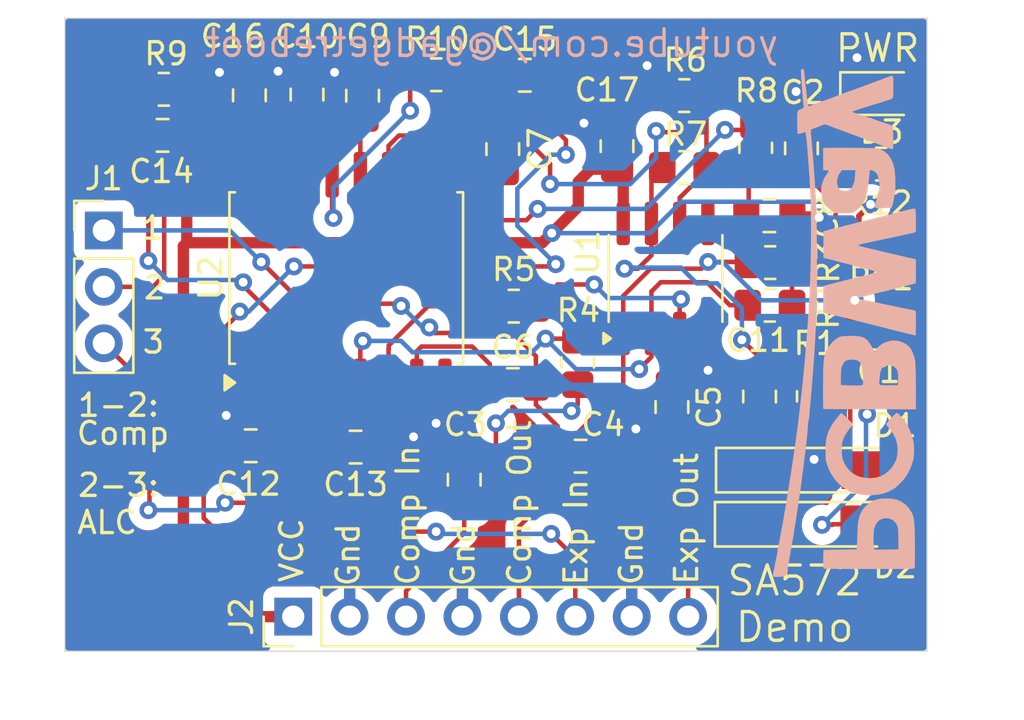
<source format=kicad_pcb>
(kicad_pcb (version 20241229) (generator "pcbnew") (generator_version "9.0")
  (layers (0 "F.Cu" signal) (2 "B.Cu" signal) (13 "F.Paste" user) (15 "B.Paste" user) (5 "F.SilkS" user "F.Silkscreen") (7 "B.SilkS" user "B.Silkscreen") (1 "F.Mask" user) (3 "B.Mask" user) (25 "Edge.Cuts" user))
  (net 0 "")
  (net 1 "Net-(D2-A)")
  (net 2 "GNDREF")
  (net 3 "Net-(J1-Pin_1)")
  (net 4 "Net-(C2-Pad2)")
  (net 5 "Net-(C3-Pad2)")
  (net 6 "/Comp_In")
  (net 7 "/Comp_Out")
  (net 8 "Net-(U1A-+)")
  (net 9 "Net-(U2A-R1)")
  (net 10 "Net-(J2-Pin_6)")
  (net 11 "Net-(U2B-R1)")
  (net 12 "Net-(U1B-+)")
  (net 13 "Net-(U2B-Attack_Cap)")
  (net 14 "Net-(U2B-Recov_Cap)")
  (net 15 "Net-(J2-Pin_8)")
  (net 16 "Net-(C11-Pad2)")
  (net 17 "Net-(U2A-Recov_Cap)")
  (net 18 "Net-(U2A-Attack_Cap)")
  (net 19 "Net-(C14-Pad1)")
  (net 20 "Net-(J1-Pin_2)")
  (net 21 "Net-(C15-Pad2)")
  (net 22 "VCC")
  (net 23 "Net-(D3-A)")
  (net 24 "Net-(U2A-THD_Trim)")
  (net 25 "Net-(U1B--)")
  (net 26 "Net-(U2B-THD_Trim)")
  (net 27 "Net-(U2A-Rectifier)")
  (net 28 "Net-(U2B-Rectifier)")
  (net 31 "Net-(D1-K)")
  (net 32 "Net-(D1-A)")
  (footprint "Resistor_SMD:R_0805_2012Metric_Pad1.20x1.40mm_HandSolder" (layer "F.Cu") (at 89.731399 83.4488)
    (property "Reference" "R11")
    (property "Value" "4K7")
  )
  (footprint "Resistor_SMD:R_0805_2012Metric_Pad1.20x1.40mm_HandSolder" (layer "F.Cu") (at 84.739 84.505 180)
    (property "Reference" "R3")
    (property "Value" "9K1")
  )
  (footprint "Connector_PinHeader_2.54mm:PinHeader_1x03_P2.54mm_Vertical" (layer "F.Cu") (at 54.7362 83.0542)
    (property "Reference" "J1")
    (property "Value" "Conn_01x03")
  )
  (footprint "Resistor_SMD:R_0805_2012Metric_Pad1.20x1.40mm_HandSolder" (layer "F.Cu") (at 73.1936 86.4656)
    (property "Reference" "R5")
    (property "Value" "1K")
  )
  (footprint "Capacitor_SMD:C_0805_2012Metric_Pad1.18x1.45mm_HandSolder" (layer "F.Cu") (at 77.8426 79.2606 -90)
    (property "Reference" "C17")
    (property "Value" "100nF")
  )
  (footprint "Resistor_SMD:R_0805_2012Metric_Pad1.20x1.40mm_HandSolder" (layer "F.Cu") (at 69.7022 76.047 180)
    (property "Reference" "R10")
    (property "Value" "3K3")
  )
  (footprint "Capacitor_SMD:C_0805_2012Metric_Pad1.18x1.45mm_HandSolder" (layer "F.Cu") (at 80.3146 91.0062 90)
    (property "Reference" "C5")
    (property "Value" "22uF")
  )
  (footprint "Resistor_SMD:R_0805_2012Metric_Pad1.20x1.40mm_HandSolder" (layer "F.Cu") (at 57.4404 76.702799 180)
    (property "Reference" "R9")
    (property "Value" "9K1")
  )
  (footprint "Capacitor_SMD:C_0805_2012Metric_Pad1.18x1.45mm_HandSolder" (layer "F.Cu") (at 89.577601 87.6868 180)
    (property "Reference" "C1")
    (property "Value" "DNI")
  )
  (footprint "Capacitor_SMD:C_0805_2012Metric_Pad1.18x1.45mm_HandSolder" (layer "F.Cu") (at 72.699001 79.3942 -90)
    (property "Reference" "C7")
    (property "Value" "2.2uF")
  )
  (footprint "Capacitor_SMD:C_0805_2012Metric_Pad1.18x1.45mm_HandSolder" (layer "F.Cu") (at 84.2602 90.535 90)
    (property "Reference" "C11")
    (property "Value" "10uF")
  )
  (footprint "Capacitor_SMD:C_0805_2012Metric_Pad1.18x1.45mm_HandSolder" (layer "F.Cu") (at 63.8854 76.9398 -90)
    (property "Reference" "C10")
    (property "Value" "10uF")
  )
  (footprint "Capacitor_SMD:C_0805_2012Metric_Pad1.18x1.45mm_HandSolder" (layer "F.Cu") (at 57.385 78.7762)
    (property "Reference" "C14")
    (property "Value" "2.2uF")
  )
  (footprint "Capacitor_SMD:C_0805_2012Metric_Pad1.18x1.45mm_HandSolder" (layer "F.Cu") (at 66.0718 92.8098 180)
    (property "Reference" "C13")
    (property "Value" "1uF")
  )
  (footprint "Capacitor_SMD:C_0805_2012Metric_Pad1.18x1.45mm_HandSolder" (layer "F.Cu") (at 70.963 94.2782 90)
    (property "Reference" "C3")
    (property "Value" "2.2uF")
  )
  (footprint "Resistor_SMD:R_0805_2012Metric_Pad1.20x1.40mm_HandSolder" (layer "F.Cu") (at 86.681 90.5238 90)
    (property "Reference" "R1")
    (property "Value" "100K")
  )
  (footprint "LED_SMD:LED_0805_2012Metric_Pad1.15x1.40mm_HandSolder" (layer "F.Cu") (at 89.755001 76.897)
    (property "Reference" "D3")
    (property "Value" "LED_Small_Filled")
  )
  (footprint "Resistor_SMD:R_0805_2012Metric_Pad1.20x1.40mm_HandSolder" (layer "F.Cu") (at 80.869 76.9862)
    (property "Reference" "R6")
    (property "Value" "100K")
  )
  (footprint "Capacitor_SMD:C_0805_2012Metric_Pad1.18x1.45mm_HandSolder" (layer "F.Cu") (at 61.3506 92.7502)
    (property "Reference" "C12")
    (property "Value" "10uF")
  )
  (footprint "Capacitor_SMD:C_0805_2012Metric_Pad1.18x1.45mm_HandSolder" (layer "F.Cu") (at 66.3874 76.9906 -90)
    (property "Reference" "C9")
    (property "Value" "1uF")
  )
  (footprint "Capacitor_SMD:C_0805_2012Metric_Pad1.18x1.45mm_HandSolder" (layer "F.Cu") (at 73.1522 89.9942)
    (property "Reference" "C6")
    (property "Value" "2.2uF")
  )
  (footprint "Resistor_SMD:R_0805_2012Metric_Pad1.20x1.40mm_HandSolder" (layer "F.Cu") (at 89.7336 80.0706)
    (property "Reference" "R12")
    (property "Value" "4K7")
  )
  (footprint "Resistor_SMD:R_0805_2012Metric_Pad1.20x1.40mm_HandSolder" (layer "F.Cu") (at 80.8782 80.2234 180)
    (property "Reference" "R7")
    (property "Value" "10K")
  )
  (footprint "Resistor_SMD:R_0805_2012Metric_Pad1.20x1.40mm_HandSolder" (layer "F.Cu") (at 84.086999 79.3386 -90)
    (property "Reference" "R8")
    (property "Value" "1K")
  )
  (footprint "Package_SO:SOIC-8_3.9x4.9mm_P1.27mm" (layer "F.Cu") (at 80.0266 85.2194 90)
    (property "Reference" "U1")
    (property "Value" "NE5532")
  )
  (footprint "footprints:Zener_MiniMELF" (layer "F.Cu") (at 86.8002 96.2854)
    (property "Reference" "D2")
    (property "Value" "DNI")
  )
  (footprint "Capacitor_SMD:C_0805_2012Metric_Pad1.18x1.45mm_HandSolder" (layer "F.Cu") (at 73.6918 76.071 180)
    (property "Reference" "C15")
    (property "Value" "2.2uF")
  )
  (footprint "Capacitor_SMD:C_0805_2012Metric_Pad1.18x1.45mm_HandSolder" (layer "F.Cu") (at 61.2918 76.9726 -90)
    (property "Reference" "C16")
    (property "Value" "100nF")
  )
  (footprint "Capacitor_SMD:C_0805_2012Metric_Pad1.18x1.45mm_HandSolder" (layer "F.Cu") (at 86.1458 79.3602 -90)
    (property "Reference" "C2")
    (property "Value" "10uF")
  )
  (footprint "Capacitor_SMD:C_0805_2012Metric_Pad1.18x1.45mm_HandSolder" (layer "F.Cu") (at 76.2002 93.2198)
    (property "Reference" "C4")
    (property "Value" "10uF")
  )
  (footprint "Resistor_SMD:R_0805_2012Metric_Pad1.20x1.40mm_HandSolder" (layer "F.Cu") (at 76.071 88.9998 90)
    (property "Reference" "R4")
    (property "Value" "20K")
  )
  (footprint "Connector_PinHeader_2.54mm:PinHeader_1x08_P2.54mm_Vertical" (layer "F.Cu") (at 63.2642 100.4446 90)
    (property "Reference" "J2")
    (property "Value" "Conn_01x08")
  )
  (footprint "Capacitor_SMD:C_0805_2012Metric_Pad1.18x1.45mm_HandSolder" (layer "F.Cu") (at 84.699399 82.3958 180)
    (property "Reference" "C8")
    (property "Value" "22uF")
  )
  (footprint "Package_SO:SOIC-16W_7.5x10.3mm_P1.27mm" (layer "F.Cu") (at 65.651 85.199 90)
    (property "Reference" "U2")
    (property "Value" "SA572")
  )
  (footprint "Resistor_SMD:R_0805_2012Metric_Pad1.20x1.40mm_HandSolder" (layer "F.Cu") (at 84.7214 86.4242)
    (property "Reference" "R2")
    (property "Value" "9K1")
  )
  (footprint "footprints:Zener_MiniMELF" (layer "F.Cu") (at 86.851 93.8482)
    (property "Reference" "D1")
    (property "Value" "DNI")
  )
  (footprint "_Custom_Footprints:pcb way logo" (layer "B.Cu") (at 87.4056 87.2204 90)
    (property "Reference" "G***" (hide yes))
    (property "Value" "LOGO" (hide yes))
  )
  (gr_line (start 52.9844 102) (end 52.9844 73.5) (stroke (width 0.05)) (layer "Edge.Cuts"))
  (gr_line (start 91.8 102) (end 52.9844 102) (stroke (width 0.05)) (layer "Edge.Cuts"))
  (gr_line (start 52.9844 73.5) (end 91.8 73.5) (stroke (width 0.05)) (layer "Edge.Cuts"))
  (gr_line (start 91.8 73.5) (end 91.8 102) (stroke (width 0.05)) (layer "Edge.Cuts"))
  (gr_text "SA572\nDemo" (at 85.8402 99.8708 0) (layer "F.SilkS") (effects (font (size 1.3 1.3))))
  (gr_text "Comp Out" (at 73.453 95.3208 90) (layer "F.SilkS") (effects (font (size 1 1))))
  (gr_text "2" (at 57.022 85.638601 0) (layer "F.SilkS") (effects (font (size 1 1))))
  (gr_text "PWR" (at 89.575 74.8534 0) (layer "F.SilkS") (effects (font (size 1.2 1.2))))
  (gr_text "Comp" (at 55.5996 92.191799 0) (layer "F.SilkS") (effects (font (size 1 1))))
  (gr_text "Exp Out" (at 80.9714 96.032 90) (layer "F.SilkS") (effects (font (size 1 1))))
  (gr_text "Gnd" (at 65.7314 97.6576 90) (layer "F.SilkS") (effects (font (size 1 1))))
  (gr_text "1" (at 56.9204 82.946201 0) (layer "F.SilkS") (effects (font (size 1 1))))
  (gr_text "Gnd" (at 70.913 97.6576 90) (layer "F.SilkS") (effects (font (size 1 1))))
  (gr_text "2-3:" (at 55.3964 94.528601 0) (layer "F.SilkS") (effects (font (size 1 1))))
  (gr_text "VCC" (at 63.1914 97.4544 90) (layer "F.SilkS") (effects (font (size 1 1))))
  (gr_text "Exp In" (at 75.993 96.6416 90) (layer "F.SilkS") (effects (font (size 1 1))))
  (gr_text "Comp In" (at 68.4238 95.8796 90) (layer "F.SilkS") (effects (font (size 1 1))))
  (gr_text "ALC" (at 54.8884 96.205001 0) (layer "F.SilkS") (effects (font (size 1 1))))
  (gr_text "3" (at 56.9712 88.077001 0) (layer "F.SilkS") (effects (font (size 1 1))))
  (gr_text "Gnd" (at 78.4822 97.6068 90) (layer "F.SilkS") (effects (font (size 1 1))))
  (gr_text "1-2:" (at 55.3964 90.921801 0) (layer "F.SilkS") (effects (font (size 1 1))))
  (gr_text "youtube.com/@gadgetreboot" (at 72.1876 74.6298 0) (layer "B.SilkS") (effects (font (size 1.2 1.2)) (justify mirror)))
  (segment (start 87.5284 96.3104) (end 87.5534 96.2854) (width 0.2032) (layer "F.Cu") (net 1))
  (segment (start 89.145801 91.289399) (end 89.1032 91.332) (width 0.2032) (layer "F.Cu") (net 1))
  (segment (start 87.5534 96.2854) (end 89.5502 96.2854) (width 0.2032) (layer "F.Cu") (net 1))
  (segment (start 90.4748 88.2925) (end 90.4748 88.9444) (width 0.2032) (layer "F.Cu") (net 1))
  (segment (start 89.145801 90.273399) (end 89.145801 91.289399) (width 0.2032) (layer "F.Cu") (net 1))
  (segment (start 90.4748 88.9444) (end 89.145801 90.273399) (width 0.2032) (layer "F.Cu") (net 1))
  (segment (start 87.0712 96.3104) (end 87.5284 96.3104) (width 0.2032) (layer "F.Cu") (net 1))
  (via (at 89.1032 91.332) (size 0.8) (drill 0.4) (layers "F.Cu" "B.Cu") (net 1))
  (via (at 87.0712 96.3104) (size 0.8) (drill 0.4) (layers "F.Cu" "B.Cu") (net 1))
  (segment (start 89.0524 91.3828) (end 89.0524 94.3292) (width 0.2032) (layer "B.Cu") (net 1))
  (segment (start 89.0524 94.3292) (end 87.0712 96.3104) (width 0.2032) (layer "B.Cu") (net 1))
  (segment (start 89.1032 91.332) (end 89.0524 91.3828) (width 0.2032) (layer "B.Cu") (net 1))
  (segment (start 85.736899 82.3958) (end 86.8726 82.3958) (width 0.4064) (layer "F.Cu") (net 2))
  (segment (start 86.8726 82.3958) (end 86.9442 82.4674) (width 0.4064) (layer "F.Cu") (net 2))
  (via (at 79.1972 75.6348) (size 0.8) (drill 0.4) (layers "F.Cu" "B.Cu") (net 2))
  (via (at 86.7156 93.364) (size 0.8) (drill 0.4) (layers "F.Cu" "B.Cu") (net 2))
  (via (at 86.9442 82.4674) (size 0.8) (drill 0.4) (layers "F.Cu" "B.Cu") (net 2))
  (via (at 59.944 75.9396) (size 0.8) (drill 0.4) (layers "F.Cu" "B.Cu") (net 2))
  (via (at 88.646 75.2792) (size 0.8) (drill 0.4) (layers "F.Cu" "B.Cu") (net 2))
  (via (at 78.6892 91.9924) (size 0.8) (drill 0.4) (layers "F.Cu" "B.Cu") (net 2))
  (via (at 76.3524 78.2256) (size 0.8) (drill 0.4) (layers "F.Cu" "B.Cu") (net 2))
  (via (at 62.5856 75.8888) (size 0.8) (drill 0.4) (layers "F.Cu" "B.Cu") (net 2))
  (via (at 65.1256 75.9396) (size 0.8) (drill 0.4) (layers "F.Cu" "B.Cu") (net 2))
  (via (at 81.9404 89.3508) (size 0.8) (drill 0.4) (layers "F.Cu" "B.Cu") (net 2))
  (via (at 85.9028 76.8032) (size 0.8) (drill 0.4) (layers "F.Cu" "B.Cu") (net 2))
  (via (at 68.6816 92.348) (size 0.8) (drill 0.4) (layers "F.Cu" "B.Cu") (net 2))
  (via (at 69.6976 91.7384) (size 0.8) (drill 0.4) (layers "F.Cu" "B.Cu") (net 2))
  (via (at 60.2488 91.3828) (size 0.8) (drill 0.4) (layers "F.Cu" "B.Cu") (net 2))
  (segment (start 74.1897 88.7121) (end 73.406 87.9284) (width 0.2032) (layer "F.Cu") (net 3))
  (segment (start 78.1216 87.6944) (end 78.1216 86.0068) (width 0.2032) (layer "F.Cu") (net 3))
  (segment (start 69.6976 87.6744) (end 69.6468 87.6744) (width 0.2032) (layer "F.Cu") (net 3))
  (segment (start 88.5444 86.2012) (end 88.5444 87.682501) (width 0.2032) (layer "F.Cu") (net 3))
  (segment (start 83.708 84.474) (end 83.739 84.505) (width 0.2032) (layer "F.Cu") (net 3))
  (segment (start 78.1216 90.1216) (end 75.1627 93.0805) (width 0.2032) (layer "F.Cu") (net 3))
  (segment (start 78.1216 87.6944) (end 78.1216 90.1216) (width 0.2032) (layer "F.Cu") (net 3))
  (segment (start 74.1897 89.9942) (end 74.1897 90.8965) (width 0.2032) (layer "F.Cu") (net 3))
  (segment (start 75.1627 93.0805) (end 75.1627 93.2198) (width 0.2032) (layer "F.Cu") (net 3))
  (segment (start 73.152 87.6744) (end 69.6976 87.6744) (width 0.2032) (layer "F.Cu") (net 3))
  (segment (start 81.6356 84.7788) (end 81.9404 84.474) (width 0.2032) (layer "F.Cu") (net 3))
  (segment (start 81.9404 84.474) (end 83.708 84.474) (width 0.2032) (layer "F.Cu") (net 3))
  (segment (start 88.5444 87.682501) (end 88.540101 87.6868) (width 0.2032) (layer "F.Cu") (net 3))
  (segment (start 73.406 87.9284) (end 73.152 87.6744) (width 0.2032) (layer "F.Cu") (net 3))
  (segment (start 78.1216 86.0068) (end 79.3496 84.7788) (width 0.2032) (layer "F.Cu") (net 3))
  (segment (start 88.540101 87.6868) (end 88.616301 87.6868) (width 0.2032) (layer "F.Cu") (net 3))
  (segment (start 63.7032 86.3536) (end 68.0212 86.3536) (width 0.2032) (layer "F.Cu") (net 3))
  (segment (start 61.8236 84.474) (end 63.7032 86.3536) (width 0.2032) (layer "F.Cu") (net 3))
  (segment (start 79.3496 84.7788) (end 81.6356 84.7788) (width 0.2032) (layer "F.Cu") (net 3))
  (segment (start 74.1897 89.9942) (end 74.1897 88.7121) (width 0.2032) (layer "F.Cu") (net 3))
  (segment (start 75.1627 91.8695) (end 75.1627 93.2198) (width 0.2032) (layer "F.Cu") (net 3))
  (segment (start 74.1897 90.8965) (end 75.1627 91.8695) (width 0.2032) (layer "F.Cu") (net 3))
  (segment (start 68.0212 86.3536) (end 68.1228 86.4552) (width 0.2032) (layer "F.Cu") (net 3))
  (segment (start 69.6468 87.6744) (end 69.3928 87.4204) (width 0.2032) (layer "F.Cu") (net 3))
  (via (at 81.9404 84.474) (size 0.8) (drill 0.4) (layers "F.Cu" "B.Cu") (net 3))
  (via (at 61.8236 84.474) (size 0.8) (drill 0.4) (layers "F.Cu" "B.Cu") (net 3))
  (via (at 69.3928 87.4204) (size 0.8) (drill 0.4) (layers "F.Cu" "B.Cu") (net 3))
  (via (at 88.5444 86.2012) (size 0.8) (drill 0.4) (layers "F.Cu" "B.Cu") (net 3))
  (via (at 68.1228 86.4552) (size 0.8) (drill 0.4) (layers "F.Cu" "B.Cu") (net 3))
  (segment (start 69.088 87.4204) (end 68.1228 86.4552) (width 0.2032) (layer "B.Cu") (net 3))
  (segment (start 81.9658 84.4994) (end 81.9404 84.474) (width 0.2032) (layer "B.Cu") (net 3))
  (segment (start 84.328 86.2012) (end 82.6262 84.4994) (width 0.2032) (layer "B.Cu") (net 3))
  (segment (start 54.7362 83.0542) (end 60.4038 83.0542) (width 0.2032) (layer "B.Cu") (net 3))
  (segment (start 88.5444 86.2012) (end 84.328 86.2012) (width 0.2032) (layer "B.Cu") (net 3))
  (segment (start 60.4038 83.0542) (end 61.8236 84.474) (width 0.2032) (layer "B.Cu") (net 3))
  (segment (start 82.6262 84.4994) (end 81.9658 84.4994) (width 0.2032) (layer "B.Cu") (net 3))
  (segment (start 69.3928 87.4204) (end 69.088 87.4204) (width 0.2032) (layer "B.Cu") (net 3))
  (segment (start 87.6808 83.5088) (end 86.6846 84.505) (width 0.2032) (layer "F.Cu") (net 4))
  (segment (start 85.7214 84.5226) (end 85.739 84.505) (width 0.2032) (layer "F.Cu") (net 4))
  (segment (start 86.1953 80.3977) (end 87.6808 81.8832) (width 0.2032) (layer "F.Cu") (net 4))
  (segment (start 87.6808 81.8832) (end 87.6808 83.5088) (width 0.2032) (layer "F.Cu") (net 4))
  (segment (start 86.1458 80.3977) (end 86.1953 80.3977) (width 0.2032) (layer "F.Cu") (net 4))
  (segment (start 85.7214 86.4242) (end 85.7214 84.5226) (width 0.2032) (layer "F.Cu") (net 4))
  (segment (start 86.6846 84.505) (end 85.739 84.505) (width 0.2032) (layer "F.Cu") (net 4))
  (segment (start 72.39 92.9068) (end 72.0635 93.2333) (width 0.2032) (layer "F.Cu") (net 5))
  (segment (start 72.0635 93.2333) (end 72.0635 93.2407) (width 0.2032) (layer "F.Cu") (net 5))
  (segment (start 72.39 91.7384) (end 72.39 92.9068) (width 0.2032) (layer "F.Cu") (net 5))
  (segment (start 76.071 89.9998) (end 76.071 90.9022) (width 0.2032) (layer "F.Cu") (net 5))
  (segment (start 76.071 90.9022) (end 75.7936 91.1796) (width 0.2032) (layer "F.Cu") (net 5))
  (segment (start 72.0635 93.2407) (end 70.963 93.2407) (width 0.2032) (layer "F.Cu") (net 5))
  (via (at 72.39 91.7384) (size 0.8) (drill 0.4) (layers "F.Cu" "B.Cu") (net 5))
  (via (at 75.7936 91.1796) (size 0.8) (drill 0.4) (layers "F.Cu" "B.Cu") (net 5))
  (segment (start 75.7936 91.1796) (end 72.9488 91.1796) (width 0.2032) (layer "B.Cu") (net 5))
  (segment (start 72.9488 91.1796) (end 72.39 91.7384) (width 0.2032) (layer "B.Cu") (net 5))
  (segment (start 70.963 96.6706) (end 68.344199 99.289401) (width 0.2032) (layer "F.Cu") (net 6))
  (segment (start 68.344199 99.289401) (end 68.344199 100.4446) (width 0.2032) (layer "F.Cu") (net 6))
  (segment (start 60.198 95.3157) (end 70.963 95.3157) (width 0.2032) (layer "F.Cu") (net 6))
  (segment (start 70.963 95.3157) (end 70.963 96.6706) (width 0.2032) (layer "F.Cu") (net 6))
  (segment (start 56.7436 95.65) (end 56.7944 95.5992) (width 0.2032) (layer "F.Cu") (net 6))
  (segment (start 56.7944 90.1924) (end 54.7362 88.1342) (width 0.2032) (layer "F.Cu") (net 6))
  (segment (start 56.7944 95.5992) (end 56.7944 90.1924) (width 0.2032) (layer "F.Cu") (net 6))
  (via (at 56.7436 95.65) (size 0.8) (drill 0.4) (layers "F.Cu" "B.Cu") (net 6))
  (via (at 60.198 95.3157) (size 0.8) (drill 0.4) (layers "F.Cu" "B.Cu") (net 6))
  (segment (start 56.7436 95.65) (end 59.8637 95.65) (width 0.2032) (layer "B.Cu") (net 6))
  (segment (start 59.8637 95.65) (end 60.198 95.3157) (width 0.2032) (layer "B.Cu") (net 6))
  (segment (start 74.4728 95.3452) (end 73.4242 96.3938) (width 0.2032) (layer "F.Cu") (net 7))
  (segment (start 77.2377 93.2198) (end 77.2377 94.4091) (width 0.2032) (layer "F.Cu") (net 7))
  (segment (start 76.3016 95.3452) (end 74.4728 95.3452) (width 0.2032) (layer "F.Cu") (net 7))
  (segment (start 73.4242 96.3938) (end 73.4242 100.4446) (width 0.2032) (layer "F.Cu") (net 7))
  (segment (start 77.2377 94.4091) (end 76.3016 95.3452) (width 0.2032) (layer "F.Cu") (net 7))
  (segment (start 80.6616 86.21) (end 80.7212 86.1504) (width 0.2032) (layer "F.Cu") (net 8))
  (segment (start 80.6616 87.6944) (end 80.6616 86.21) (width 0.2032) (layer "F.Cu") (net 8))
  (segment (start 76.8096 85.49) (end 75.1692 85.49) (width 0.2032) (layer "F.Cu") (net 8))
  (segment (start 80.6616 89.6217) (end 80.3146 89.9687) (width 0.2032) (layer "F.Cu") (net 8))
  (segment (start 75.1692 85.49) (end 74.1936 86.4656) (width 0.2032) (layer "F.Cu") (net 8))
  (segment (start 80.6616 87.6944) (end 80.6616 89.6217) (width 0.2032) (layer "F.Cu") (net 8))
  (via (at 76.8096 85.49) (size 0.8) (drill 0.4) (layers "F.Cu" "B.Cu") (net 8))
  (via (at 80.7212 86.1504) (size 0.8) (drill 0.4) (layers "F.Cu" "B.Cu") (net 8))
  (segment (start 80.6704 86.0996) (end 80.7212 86.1504) (width 0.2032) (layer "B.Cu") (net 8))
  (segment (start 76.8096 85.49) (end 77.4192 86.0996) (width 0.2032) (layer "B.Cu") (net 8))
  (segment (start 77.4192 86.0996) (end 80.6704 86.0996) (width 0.2032) (layer "B.Cu") (net 8))
  (segment (start 68.826 88.4952) (end 69.0372 88.284) (width 0.2032) (layer "F.Cu") (net 9))
  (segment (start 72.1147 89.0755) (end 72.1147 89.9942) (width 0.2032) (layer "F.Cu") (net 9))
  (segment (start 68.826 89.849001) (end 68.826 88.4952) (width 0.2032) (layer "F.Cu") (net 9))
  (segment (start 71.3232 88.284) (end 72.1147 89.0755) (width 0.2032) (layer "F.Cu") (net 9))
  (segment (start 69.0372 88.284) (end 71.3232 88.284) (width 0.2032) (layer "F.Cu") (net 9))
  (segment (start 74.9808 84.6772) (end 75.0824 84.5756) (width 0.2032) (layer "F.Cu") (net 10))
  (segment (start 59.2328 91.3828) (end 59.2328 88.3856) (width 0.2032) (layer "F.Cu") (net 10))
  (segment (start 74.7293 77.6643) (end 74.7293 76.071) (width 0.2032) (layer "F.Cu") (net 10))
  (segment (start 75.9642 97.8018) (end 74.8792 96.7168) (width 0.2032) (layer "F.Cu") (net 10))
  (segment (start 60.9092 86.7092) (end 60.8584 86.7092) (width 0.2032) (layer "F.Cu") (net 10))
  (segment (start 59.2328 88.3856) (end 60.9092 86.7092) (width 0.2032) (layer "F.Cu") (net 10))
  (segment (start 74.0369 78.3567) (end 74.4728 77.9208) (width 0.2032) (layer "F.Cu") (net 10))
  (segment (start 74.4728 77.9208) (end 74.7293 77.6643) (width 0.2032) (layer "F.Cu") (net 10))
  (segment (start 75.9642 100.4446) (end 75.9642 97.8018) (width 0.2032) (layer "F.Cu") (net 10))
  (segment (start 75.9642 100.153) (end 76.0984 100.0188) (width 0.2032) (layer "F.Cu") (net 10))
  (segment (start 69.6976 96.6152) (end 59.8424 96.6152) (width 0.2032) (layer "F.Cu") (net 10))
  (segment (start 75.9642 100.4446) (end 75.9642 100.153) (width 0.2032) (layer "F.Cu") (net 10))
  (segment (start 74.4728 84.6772) (end 74.9808 84.6772) (width 0.2032) (layer "F.Cu") (net 10))
  (segment (start 59.2328 96.0056) (end 59.2328 91.3828) (width 0.2032) (layer "F.Cu") (net 10))
  (segment (start 63.2968 84.6772) (end 74.4728 84.6772) (width 0.2032) (layer "F.Cu") (net 10))
  (segment (start 75.5396 79.648) (end 75.5396 78.9876) (width 0.2032) (layer "F.Cu") (net 10))
  (segment (start 59.8424 96.6152) (end 59.69 96.4628) (width 0.2032) (layer "F.Cu") (net 10))
  (segment (start 72.699001 78.3567) (end 74.0369 78.3567) (width 0.2032) (layer "F.Cu") (net 10))
  (segment (start 75.5396 78.9876) (end 74.4728 77.9208) (width 0.2032) (layer "F.Cu") (net 10))
  (segment (start 59.69 96.4628) (end 59.2328 96.0056) (width 0.2032) (layer "F.Cu") (net 10))
  (via (at 75.0824 84.5756) (size 0.8) (drill 0.4) (layers "F.Cu" "B.Cu") (net 10))
  (via (at 63.2968 84.6772) (size 0.8) (drill 0.4) (layers "F.Cu" "B.Cu") (net 10))
  (via (at 75.5396 79.648) (size 0.8) (drill 0.4) (layers "F.Cu" "B.Cu") (net 10))
  (via (at 60.8584 86.7092) (size 0.8) (drill 0.4) (layers "F.Cu" "B.Cu") (net 10))
  (via (at 74.8792 96.7168) (size 0.8) (drill 0.4) (layers "F.Cu" "B.Cu") (net 10))
  (via (at 69.6976 96.6152) (size 0.8) (drill 0.4) (layers "F.Cu" "B.Cu") (net 10))
  (segment (start 61.2648 86.7092) (end 63.2968 84.6772) (width 0.2032) (layer "B.Cu") (net 10))
  (segment (start 60.8584 86.7092) (end 61.2648 86.7092) (width 0.2032) (layer "B.Cu") (net 10))
  (segment (start 69.7992 96.7168) (end 69.6976 96.6152) (width 0.2032) (layer "B.Cu") (net 10))
  (segment (start 73.3552 81.172) (end 74.2696 80.2576) (width 0.2032) (layer "B.Cu") (net 10))
  (segment (start 73.3552 81.9848) (end 73.3552 81.172) (width 0.2032) (layer "B.Cu") (net 10))
  (segment (start 75.0824 84.5756) (end 73.3552 82.8484) (width 0.2032) (layer "B.Cu") (net 10))
  (segment (start 74.2696 80.2576) (end 74.8792 79.648) (width 0.2032) (layer "B.Cu") (net 10))
  (segment (start 73.3552 82.8484) (end 73.3552 81.9848) (width 0.2032) (layer "B.Cu") (net 10))
  (segment (start 74.8792 96.7168) (end 69.7992 96.7168) (width 0.2032) (layer "B.Cu") (net 10))
  (segment (start 74.8792 79.648) (end 75.5396 79.648) (width 0.2032) (layer "B.Cu") (net 10))
  (segment (start 72.699001 80.4317) (end 70.2133 80.4317) (width 0.2032) (layer "F.Cu") (net 11))
  (segment (start 70.2133 80.4317) (end 70.096 80.549) (width 0.2032) (layer "F.Cu") (net 11))
  (segment (start 83.7692 80.656399) (end 83.7692 82.288499) (width 0.2032) (layer "F.Cu") (net 12))
  (segment (start 83.313299 82.7444) (end 83.661899 82.3958) (width 0.2032) (layer "F.Cu") (net 12))
  (segment (start 81.9316 82.7444) (end 83.313299 82.7444) (width 0.2032) (layer "F.Cu") (net 12))
  (segment (start 83.7692 82.288499) (end 83.661899 82.3958) (width 0.2032) (layer "F.Cu") (net 12))
  (segment (start 84.086999 80.3386) (end 83.7692 80.656399) (width 0.2032) (layer "F.Cu") (net 12))
  (segment (start 66.286 80.549) (end 66.286 78.1295) (width 0.2032) (layer "F.Cu") (net 13))
  (segment (start 66.286 78.1295) (end 66.3874 78.0281) (width 0.2032) (layer "F.Cu") (net 13))
  (segment (start 63.746 80.549) (end 63.746 78.1167) (width 0.2032) (layer "F.Cu") (net 14))
  (segment (start 63.746 78.1167) (end 63.8854 77.9773) (width 0.2032) (layer "F.Cu") (net 14))
  (segment (start 81.044201 100.4446) (end 81.044201 93.548999) (width 0.2032) (layer "F.Cu") (net 15))
  (segment (start 83.0207 91.5725) (end 84.2602 91.5725) (width 0.2032) (layer "F.Cu") (net 15))
  (segment (start 81.044201 93.548999) (end 83.0207 91.5725) (width 0.2032) (layer "F.Cu") (net 15))
  (segment (start 84.2602 89.4975) (end 84.2602 88.775) (width 0.2032) (layer "F.Cu") (net 16))
  (segment (start 78.1812 84.7788) (end 78.77939 84.7788) (width 0.2032) (layer "F.Cu") (net 16))
  (segment (start 79.194 84.3756) (end 79.3916 84.178) (width 0.2032) (layer "F.Cu") (net 16))
  (segment (start 79.3916 80.71) (end 79.8782 80.2234) (width 0.2032) (layer "F.Cu") (net 16))
  (segment (start 79.18259 84.3756) (end 79.194 84.3756) (width 0.2032) (layer "F.Cu") (net 16))
  (segment (start 78.77939 84.7788) (end 79.18259 84.3756) (width 0.2032) (layer "F.Cu") (net 16))
  (segment (start 79.3916 84.178) (end 79.3916 82.7444) (width 0.2032) (layer "F.Cu") (net 16))
  (segment (start 84.2602 88.775) (end 83.4644 87.9792) (width 0.2032) (layer "F.Cu") (net 16))
  (segment (start 79.3916 82.7444) (end 79.3916 80.71) (width 0.2032) (layer "F.Cu") (net 16))
  (via (at 83.4644 87.9792) (size 0.8) (drill 0.4) (layers "F.Cu" "B.Cu") (net 16))
  (via (at 78.1812 84.7788) (size 0.8) (drill 0.4) (layers "F.Cu" "B.Cu") (net 16))
  (segment (start 82.3468 85.4392) (end 81.4324 85.4392) (width 0.2032) (layer "B.Cu") (net 16))
  (segment (start 80.7212 84.728) (end 78.232 84.728) (width 0.2032) (layer "B.Cu") (net 16))
  (segment (start 83.4644 86.5568) (end 82.3468 85.4392) (width 0.2032) (layer "B.Cu") (net 16))
  (segment (start 78.232 84.728) (end 78.1812 84.7788) (width 0.2032) (layer "B.Cu") (net 16))
  (segment (start 83.4644 87.9792) (end 83.4644 86.5568) (width 0.2032) (layer "B.Cu") (net 16))
  (segment (start 81.4324 85.4392) (end 80.7212 84.728) (width 0.2032) (layer "B.Cu") (net 16))
  (segment (start 62.476 92.6623) (end 62.3881 92.7502) (width 0.2032) (layer "F.Cu") (net 17))
  (segment (start 62.476 89.849001) (end 62.476 92.6623) (width 0.2032) (layer "F.Cu") (net 17))
  (segment (start 65.016 89.849) (end 65.016 92.7915) (width 0.2032) (layer "F.Cu") (net 18))
  (segment (start 65.016 92.7915) (end 65.0343 92.8098) (width 0.2032) (layer "F.Cu") (net 18))
  (segment (start 56.4404 78.6833) (end 56.3475 78.7762) (width 0.2032) (layer "F.Cu") (net 19))
  (segment (start 56.4404 76.702799) (end 56.4404 78.6833) (width 0.2032) (layer "F.Cu") (net 19))
  (segment (start 54.7362 85.5942) (end 56.9442 85.5942) (width 0.2032) (layer "F.Cu") (net 20))
  (segment (start 56.9442 85.5942) (end 57.4548 85.0836) (width 0.2032) (layer "F.Cu") (net 20))
  (segment (start 57.4548 79.7439) (end 58.4225 78.7762) (width 0.2032) (layer "F.Cu") (net 20))
  (segment (start 57.4548 85.0836) (end 57.4548 79.7439) (width 0.2032) (layer "F.Cu") (net 20))
  (segment (start 72.6303 76.047) (end 72.6543 76.071) (width 0.2032) (layer "F.Cu") (net 21))
  (segment (start 70.7022 76.047) (end 72.6303 76.047) (width 0.2032) (layer "F.Cu") (net 21))
  (segment (start 88.7336 81.3612) (end 89.2556 81.8832) (width 0.25) (layer "F.Cu") (net 22))
  (segment (start 60.9286 100.4446) (end 58.3184 97.8344) (width 0.508) (layer "F.Cu") (net 22))
  (segment (start 88.7336 80.0706) (end 88.7336 81.3612) (width 0.25) (layer "F.Cu") (net 22))
  (segment (start 78.1216 80.5771) (end 77.8426 80.2981) (width 0.508) (layer "F.Cu") (net 22))
  (segment (start 58.3184 83.7628) (end 58.4708 83.6104) (width 0.508) (layer "F.Cu") (net 22))
  (segment (start 59.69 78.2764) (end 59.9563 78.0101) (width 0.508) (layer "F.Cu") (net 22))
  (segment (start 76.0984 81.9848) (end 74.9046 83.1786) (width 0.508) (layer "F.Cu") (net 22))
  (segment (start 59.9563 78.0101) (end 61.2918 78.0101) (width 0.508) (layer "F.Cu") (net 22))
  (segment (start 76.0984 80.8672) (end 76.0984 81.9848) (width 0.508) (layer "F.Cu") (net 22))
  (segment (start 59.69 80.8672) (end 59.69 78.2764) (width 0.508) (layer "F.Cu") (net 22))
  (segment (start 61.206 80.549) (end 61.206 78.0959) (width 0.508) (layer "F.Cu") (net 22))
  (segment (start 88.731399 82.407401) (end 89.2556 81.8832) (width 0.25) (layer "F.Cu") (net 22))
  (segment (start 76.6675 80.2981) (end 76.0984 80.8672) (width 0.508) (layer "F.Cu") (net 22))
  (segment (start 74.4728 83.6104) (end 58.4708 83.6104) (width 0.508) (layer "F.Cu") (net 22))
  (segment (start 58.3184 97.8344) (end 58.3184 83.7628) (width 0.508) (layer "F.Cu") (net 22))
  (segment (start 58.4708 83.6104) (end 58.4708 82.0864) (width 0.508) (layer "F.Cu") (net 22))
  (segment (start 61.206 78.0959) (end 61.2918 78.0101) (width 0.508) (layer "F.Cu") (net 22))
  (segment (start 63.2642 100.4446) (end 60.9286 100.4446) (width 0.508) (layer "F.Cu") (net 22))
  (segment (start 58.4708 82.0864) (end 59.69 80.8672) (width 0.508) (layer "F.Cu") (net 22))
  (segment (start 74.9046 83.1786) (end 74.4728 83.6104) (width 0.508) (layer "F.Cu") (net 22))
  (segment (start 78.1216 82.7444) (end 78.1216 80.5771) (width 0.508) (layer "F.Cu") (net 22))
  (segment (start 77.8426 80.2981) (end 76.6675 80.2981) (width 0.508) (layer "F.Cu") (net 22))
  (segment (start 88.731399 83.4488) (end 88.731399 82.407401) (width 0.25) (layer "F.Cu") (net 22))
  (via (at 74.9046 83.1786) (size 0.8) (drill 0.4) (layers "F.Cu" "B.Cu") (net 22))
  (via (at 89.2556 81.8832) (size 0.8) (drill 0.4) (layers "F.Cu" "B.Cu") (net 22))
  (segment (start 80.738 81.7648) (end 79.3242 83.1786) (width 0.2032) (layer "B.Cu") (net 22))
  (segment (start 89.2556 81.8832) (end 89.1372 81.7648) (width 0.2032) (layer "B.Cu") (net 22))
  (segment (start 89.1372 81.7648) (end 80.738 81.7648) (width 0.2032) (layer "B.Cu") (net 22))
  (segment (start 79.3242 83.1786) (end 74.9046 83.1786) (width 0.2032) (layer "B.Cu") (net 22))
  (segment (start 90.78 76.897) (end 90.78 80.0242) (width 0.25) (layer "F.Cu") (net 23))
  (segment (start 90.731399 80.072801) (end 90.7336 80.0706) (width 0.25) (layer "F.Cu") (net 23))
  (segment (start 90.78 80.0242) (end 90.7336 80.0706) (width 0.25) (layer "F.Cu") (net 23))
  (segment (start 90.731399 83.4488) (end 90.731399 80.072801) (width 0.25) (layer "F.Cu") (net 23))
  (segment (start 67.564 88.2332) (end 67.564 88.3856) (width 0.2032) (layer "F.Cu") (net 24))
  (segment (start 67.556 88.3936) (end 67.556 89.849) (width 0.2032) (layer "F.Cu") (net 24))
  (segment (start 72.1936 86.4656) (end 69.3316 86.4656) (width 0.2032) (layer "F.Cu") (net 24))
  (segment (start 69.3316 86.4656) (end 67.564 88.2332) (width 0.2032) (layer "F.Cu") (net 24))
  (segment (start 67.564 88.3856) (end 67.556 88.3936) (width 0.2032) (layer "F.Cu") (net 24))
  (segment (start 81.869 76.9862) (end 81.869 78.632) (width 0.2032) (layer "F.Cu") (net 25))
  (segment (start 71.7296 79.394) (end 74.168 79.394) (width 0.2032) (layer "F.Cu") (net 25))
  (segment (start 80.6616 81.5872) (end 81.8782 80.3706) (width 0.2032) (layer "F.Cu") (net 25))
  (segment (start 81.8782 80.3706) (end 81.8782 80.2234) (width 0.2032) (layer "F.Cu") (net 25))
  (segment (start 80.6616 82.7444) (end 80.6616 81.5872) (width 0.2032) (layer "F.Cu") (net 25))
  (segment (start 68.0212 78.7844) (end 71.12 78.7844) (width 0.2032) (layer "F.Cu") (net 25))
  (segment (start 81.869 80.2142) (end 81.8782 80.2234) (width 0.2032) (layer "F.Cu") (net 25))
  (segment (start 71.12 78.7844) (end 71.7296 79.394) (width 0.2032) (layer "F.Cu") (net 25))
  (segment (start 67.556 79.2496) (end 68.0212 78.7844) (width 0.2032) (layer "F.Cu") (net 25))
  (segment (start 81.869 78.632) (end 79.6544 78.632) (width 0.2032) (layer "F.Cu") (net 25))
  (segment (start 74.168 79.394) (end 74.8284 80.0544) (width 0.2032) (layer "F.Cu") (net 25))
  (segment (start 79.6544 78.632) (end 79.6036 78.5812) (width 0.2032) (layer "F.Cu") (net 25))
  (segment (start 67.556 80.549) (end 67.556 79.2496) (width 0.2032) (layer "F.Cu") (net 25))
  (segment (start 81.869 78.632) (end 81.869 80.2142) (width 0.2032) (layer "F.Cu") (net 25))
  (segment (start 74.8284 80.0544) (end 74.8284 80.9688) (width 0.2032) (layer "F.Cu") (net 25))
  (via (at 79.6036 78.5812) (size 0.8) (drill 0.4) (layers "F.Cu" "B.Cu") (net 25))
  (via (at 74.8284 80.9688) (size 0.8) (drill 0.4) (layers "F.Cu" "B.Cu") (net 25))
  (segment (start 79.6036 79.8004) (end 78.486 80.918) (width 0.2032) (layer "B.Cu") (net 25))
  (segment (start 78.486 80.918) (end 78.4352 80.9688) (width 0.2032) (layer "B.Cu") (net 25))
  (segment (start 79.6036 78.5812) (end 79.6036 79.8004) (width 0.2032) (layer "B.Cu") (net 25))
  (segment (start 78.4352 80.9688) (end 74.8284 80.9688) (width 0.2032) (layer "B.Cu") (net 25))
  (segment (start 69.1896 82.5944) (end 68.826 82.2308) (width 0.2032) (layer "F.Cu") (net 26))
  (segment (start 82.7024 78.5304) (end 83.895199 78.5304) (width 0.2032) (layer "F.Cu") (net 26))
  (segment (start 73.7616 82.5944) (end 69.1896 82.5944) (width 0.2032) (layer "F.Cu") (net 26))
  (segment (start 74.2696 82.0864) (end 73.7616 82.5944) (width 0.2032) (layer "F.Cu") (net 26))
  (segment (start 68.826 82.2308) (end 68.826 80.548999) (width 0.2032) (layer "F.Cu") (net 26))
  (segment (start 83.895199 78.5304) (end 84.086999 78.3386) (width 0.2032) (layer "F.Cu") (net 26))
  (via (at 74.2696 82.0864) (size 0.8) (drill 0.4) (layers "F.Cu" "B.Cu") (net 26))
  (via (at 82.7024 78.5304) (size 0.8) (drill 0.4) (layers "F.Cu" "B.Cu") (net 26))
  (segment (start 74.2696 82.0864) (end 79.1464 82.0864) (width 0.2032) (layer "B.Cu") (net 26))
  (segment (start 79.1464 82.0864) (end 82.7024 78.5304) (width 0.2032) (layer "B.Cu") (net 26))
  (segment (start 58.4404 76.702799) (end 58.4404 75.8076) (width 0.2032) (layer "F.Cu") (net 27))
  (segment (start 54.5592 79.8004) (end 56.7436 81.9848) (width 0.2032) (layer "F.Cu") (net 27))
  (segment (start 54.5592 76.346) (end 54.5592 79.8004) (width 0.2032) (layer "F.Cu") (net 27))
  (segment (start 56.7436 81.9848) (end 56.7436 84.4232) (width 0.2032) (layer "F.Cu") (net 27))
  (segment (start 58.4404 75.8076) (end 57.8104 75.1776) (width 0.2032) (layer "F.Cu") (net 27))
  (segment (start 63.746 88.276) (end 63.746 89.849) (width 0.2032) (layer "F.Cu") (net 27))
  (segment (start 55.7276 75.1776) (end 54.5592 76.346) (width 0.2032) (layer "F.Cu") (net 27))
  (segment (start 57.8104 75.1776) (end 55.7276 75.1776) (width 0.2032) (layer "F.Cu") (net 27))
  (segment (start 61.0108 85.5408) (end 63.746 88.276) (width 0.2032) (layer "F.Cu") (net 27))
  (segment (start 61.0108 85.3884) (end 61.0108 85.5408) (width 0.2032) (layer "F.Cu") (net 27))
  (via (at 61.0108 85.3884) (size 0.8) (drill 0.4) (layers "F.Cu" "B.Cu") (net 27))
  (via (at 56.7436 84.4232) (size 0.8) (drill 0.4) (layers "F.Cu" "B.Cu") (net 27))
  (segment (start 57.6072 85.2868) (end 56.7436 84.4232) (width 0.2032) (layer "B.Cu") (net 27))
  (segment (start 60.9092 85.2868) (end 57.6072 85.2868) (width 0.2032) (layer "B.Cu") (net 27))
  (segment (start 61.0108 85.3884) (end 60.9092 85.2868) (width 0.2032) (layer "B.Cu") (net 27))
  (segment (start 68.5292 77.6668) (end 68.5292 76.22) (width 0.2032) (layer "F.Cu") (net 28))
  (segment (start 65.016 80.549) (end 65.016 82.434) (width 0.2032) (layer "F.Cu") (net 28))
  (segment (start 65.016 82.434) (end 65.0748 82.4928) (width 0.2032) (layer "F.Cu") (net 28))
  (segment (start 68.5292 76.22) (end 68.7022 76.047) (width 0.2032) (layer "F.Cu") (net 28))
  (via (at 65.0748 82.4928) (size 0.8) (drill 0.4) (layers "F.Cu" "B.Cu") (net 28))
  (via (at 68.5292 77.6668) (size 0.8) (drill 0.4) (layers "F.Cu" "B.Cu") (net 28))
  (segment (start 65.0748 82.4928) (end 65.0748 81.1212) (width 0.2032) (layer "B.Cu") (net 28))
  (segment (start 65.0748 81.1212) (end 68.5292 77.6668) (width 0.2032) (layer "B.Cu") (net 28))
  (segment (start 84.101 93.8482) (end 84.101 96.2346) (width 0.2032) (layer "F.Cu") (net 31))
  (segment (start 84.101 96.2346) (end 84.0502 96.2854) (width 0.2032) (layer "F.Cu") (net 31))
  (segment (start 85.5472 88.284) (end 83.7214 86.4582) (width 0.2032) (layer "F.Cu") (net 32))
  (segment (start 88.8762 93.8482) (end 88.3412 93.3132) (width 0.2032) (layer "F.Cu") (net 32))
  (segment (start 66.286 88.1396) (end 66.3956 88.03) (width 0.2032) (layer "F.Cu") (net 32))
  (segment (start 79.3916 85.8036) (end 79.3916 87.6944) (width 0.2032) (layer "F.Cu") (net 32))
  (segment (start 74.6252 87.9284) (end 75.9996 87.9284) (width 0.2032) (layer "F.Cu") (net 32))
  (segment (start 86.681 89.5238) (end 86.681 88.6558) (width 0.2032) (layer "F.Cu") (net 32))
  (segment (start 79.3916 87.6944) (end 79.3916 88.75) (width 0.2032) (layer "F.Cu") (net 32))
  (segment (start 75.9996 87.9284) (end 76.071 87.9998) (width 0.2032) (layer "F.Cu") (net 32))
  (segment (start 87.5998 89.5238) (end 86.681 89.5238) (width 0.2032) (layer "F.Cu") (net 32))
  (segment (start 86.3092 88.284) (end 85.5472 88.284) (width 0.2032) (layer "F.Cu") (net 32))
  (segment (start 83.7214 86.4242) (end 82.9254 86.4242) (width 0.2032) (layer "F.Cu") (net 32))
  (segment (start 88.3412 93.3132) (end 88.3412 90.2652) (width 0.2032) (layer "F.Cu") (net 32))
  (segment (start 83.7214 86.4582) (end 83.7214 86.4242) (width 0.2032) (layer "F.Cu") (net 32))
  (segment (start 79.3916 88.75) (end 78.8416 89.3) (width 0.2032) (layer "F.Cu") (net 32))
  (segment (start 86.681 88.6558) (end 86.3092 88.284) (width 0.2032) (layer "F.Cu") (net 32))
  (segment (start 79.8068 85.3884) (end 79.3916 85.8036) (width 0.2032) (layer "F.Cu") (net 32))
  (segment (start 66.286 89.849) (end 66.286 88.1396) (width 0.2032) (layer "F.Cu") (net 32))
  (segment (start 89.601 93.8482) (end 88.8762 93.8482) (width 0.2032) (layer "F.Cu") (net 32))
  (segment (start 88.3412 90.2652) (end 87.5998 89.5238) (width 0.2032) (layer "F.Cu") (net 32))
  (segment (start 81.8896 85.3884) (end 79.8068 85.3884) (width 0.2032) (layer "F.Cu") (net 32))
  (segment (start 82.9254 86.4242) (end 81.8896 85.3884) (width 0.2032) (layer "F.Cu") (net 32))
  (via (at 74.6252 87.9284) (size 0.8) (drill 0.4) (layers "F.Cu" "B.Cu") (net 32))
  (via (at 66.3956 88.03) (size 0.8) (drill 0.4) (layers "F.Cu" "B.Cu") (net 32))
  (via (at 78.8416 89.3) (size 0.8) (drill 0.4) (layers "F.Cu" "B.Cu") (net 32))
  (segment (start 75.9968 89.3) (end 74.6252 87.9284) (width 0.2032) (layer "B.Cu") (net 32))
  (segment (start 78.8416 89.3) (end 75.9968 89.3) (width 0.2032) (layer "B.Cu") (net 32))
  (segment (start 74.0156 88.538) (end 74.6252 87.9284) (width 0.2032) (layer "B.Cu") (net 32))
  (segment (start 68.6308 88.538) (end 74.0156 88.538) (width 0.2032) (layer "B.Cu") (net 32))
  (segment (start 68.1228 88.03) (end 68.6308 88.538) (width 0.2032) (layer "B.Cu") (net 32))
  (segment (start 66.3956 88.03) (end 68.1228 88.03) (width 0.2032) (layer "B.Cu") (net 32))
  (zone (net 2) (net_name "GNDREF") (layer "F.Cu") (connect_pads (clearance 0.508)) (min_thickness 0.254) (fill yes (thermal_gap 0.508) (thermal_bridge_width 0.508))
    (polygon (pts (xy 52.286243 72.782773) (xy 92.913261 72.9493) (xy 93.025994 103.5) (xy 52.25 103.5)))
  )
  (zone (net 2) (net_name "GNDREF") (layer "B.Cu") (connect_pads (clearance 0.508)) (min_thickness 0.254) (fill yes (thermal_gap 0.508) (thermal_bridge_width 0.508))
    (polygon (pts (xy 52.477442 72.6816) (xy 92.663335 72.6816) (xy 92.777056 103.5) (xy 52.25 103.5)))
  )
)
</source>
